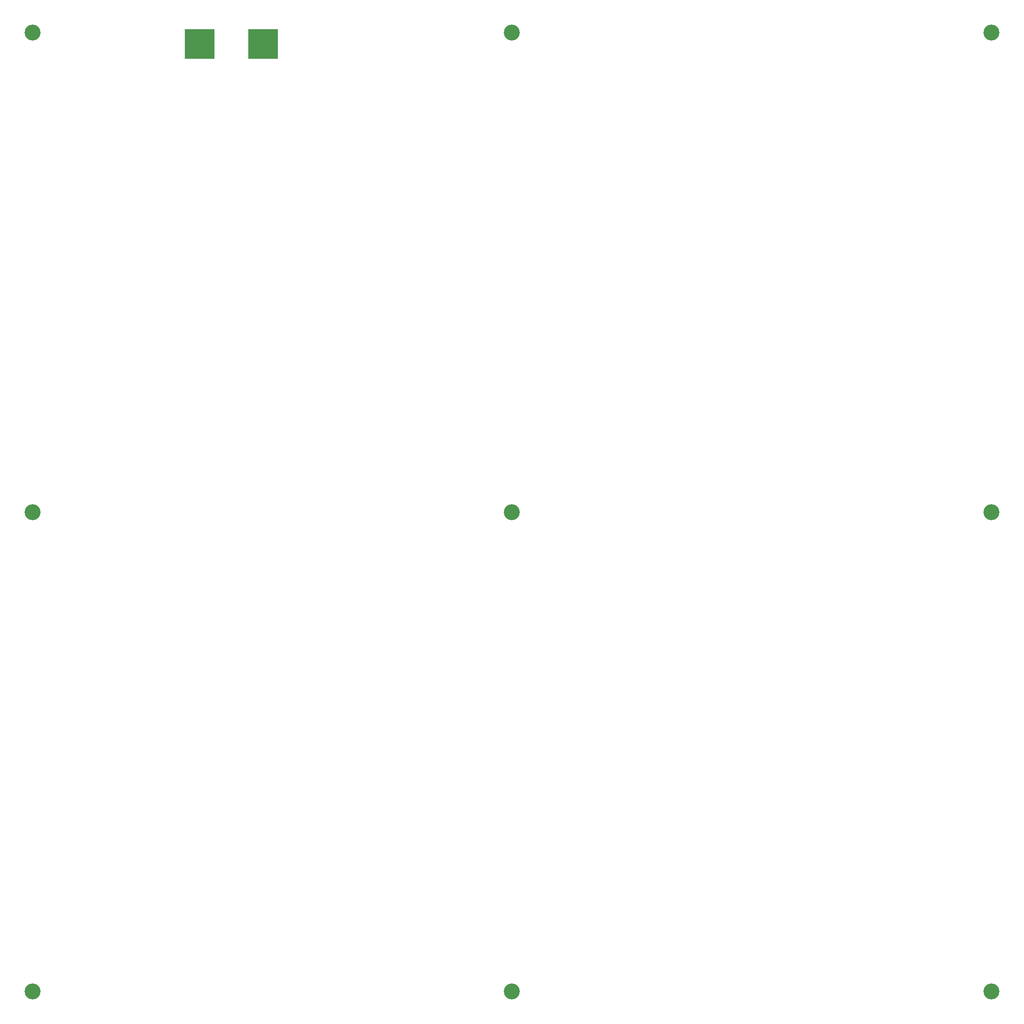
<source format=gbr>
%TF.GenerationSoftware,KiCad,Pcbnew,(5.1.9)-1*%
%TF.CreationDate,2021-09-06T17:10:51-04:00*%
%TF.ProjectId,Heater,48656174-6572-42e6-9b69-6361645f7063,rev?*%
%TF.SameCoordinates,Original*%
%TF.FileFunction,Soldermask,Bot*%
%TF.FilePolarity,Negative*%
%FSLAX46Y46*%
G04 Gerber Fmt 4.6, Leading zero omitted, Abs format (unit mm)*
G04 Created by KiCad (PCBNEW (5.1.9)-1) date 2021-09-06 17:10:51*
%MOMM*%
%LPD*%
G01*
G04 APERTURE LIST*
%ADD10C,3.200000*%
%ADD11R,6.000000X6.000000*%
G04 APERTURE END LIST*
D10*
%TO.C,REF\u002A\u002A*%
X206160000Y-14160000D03*
%TD*%
%TO.C,REF\u002A\u002A*%
X206160000Y-110160000D03*
%TD*%
%TO.C,REF\u002A\u002A*%
X206160000Y-206160000D03*
%TD*%
%TO.C,REF\u002A\u002A*%
X110160000Y-206160000D03*
%TD*%
%TO.C,REF\u002A\u002A*%
X110160000Y-110160000D03*
%TD*%
%TO.C,REF\u002A\u002A*%
X110160000Y-14160000D03*
%TD*%
%TO.C,REF\u002A\u002A*%
X14160000Y-206160000D03*
%TD*%
%TO.C,REF\u002A\u002A*%
X14160000Y-110160000D03*
%TD*%
%TO.C,REF\u002A\u002A*%
X14160000Y-14160000D03*
%TD*%
D11*
%TO.C,J2*%
X60325000Y-16510000D03*
%TD*%
%TO.C,J1*%
X47625000Y-16510000D03*
%TD*%
M02*

</source>
